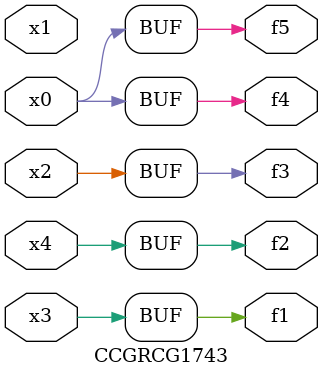
<source format=v>
module CCGRCG1743(
	input x0, x1, x2, x3, x4,
	output f1, f2, f3, f4, f5
);
	assign f1 = x3;
	assign f2 = x4;
	assign f3 = x2;
	assign f4 = x0;
	assign f5 = x0;
endmodule

</source>
